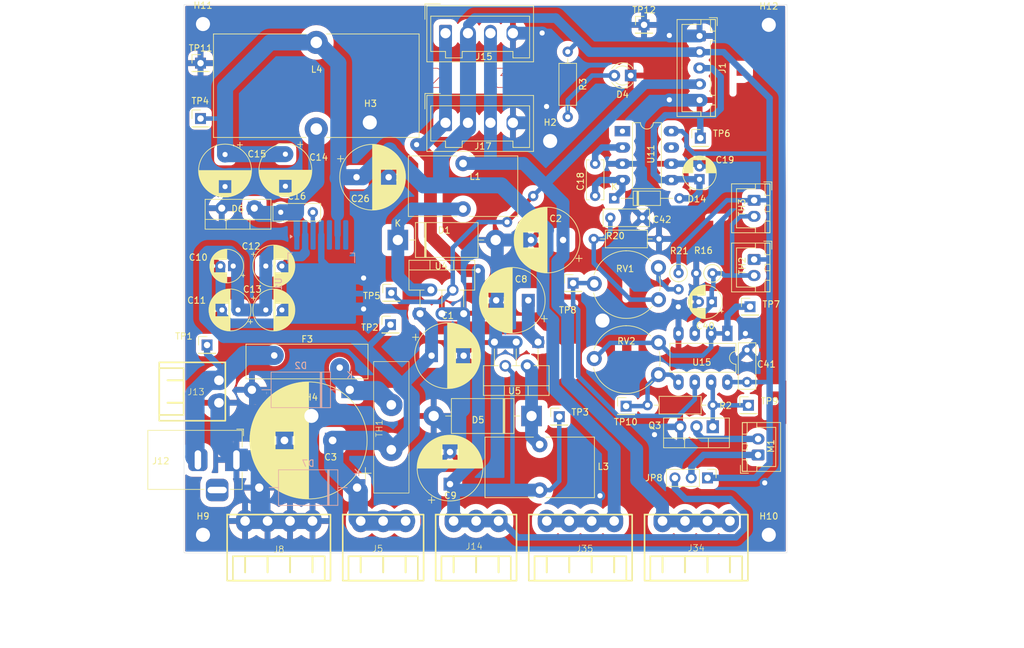
<source format=kicad_pcb>
(kicad_pcb
	(version 20240108)
	(generator "pcbnew")
	(generator_version "8.0")
	(general
		(thickness 1.6)
		(legacy_teardrops no)
	)
	(paper "A4")
	(layers
		(0 "F.Cu" signal)
		(1 "In1.Cu" signal)
		(2 "In2.Cu" signal)
		(31 "B.Cu" signal)
		(32 "B.Adhes" user "B.Adhesive")
		(33 "F.Adhes" user "F.Adhesive")
		(34 "B.Paste" user)
		(35 "F.Paste" user)
		(36 "B.SilkS" user "B.Silkscreen")
		(37 "F.SilkS" user "F.Silkscreen")
		(38 "B.Mask" user)
		(39 "F.Mask" user)
		(40 "Dwgs.User" user "User.Drawings")
		(41 "Cmts.User" user "User.Comments")
		(42 "Eco1.User" user "User.Eco1")
		(43 "Eco2.User" user "User.Eco2")
		(44 "Edge.Cuts" user)
		(45 "Margin" user)
		(46 "B.CrtYd" user "B.Courtyard")
		(47 "F.CrtYd" user "F.Courtyard")
		(48 "B.Fab" user)
		(49 "F.Fab" user)
		(50 "User.1" user)
		(51 "User.2" user)
		(52 "User.3" user)
		(53 "User.4" user)
		(54 "User.5" user)
		(55 "User.6" user)
		(56 "User.7" user)
		(57 "User.8" user)
		(58 "User.9" user)
	)
	(setup
		(stackup
			(layer "F.SilkS"
				(type "Top Silk Screen")
			)
			(layer "F.Paste"
				(type "Top Solder Paste")
			)
			(layer "F.Mask"
				(type "Top Solder Mask")
				(thickness 0.01)
			)
			(layer "F.Cu"
				(type "copper")
				(thickness 0.035)
			)
			(layer "dielectric 1"
				(type "prepreg")
				(thickness 0.1)
				(material "FR4")
				(epsilon_r 4.5)
				(loss_tangent 0.02)
			)
			(layer "In1.Cu"
				(type "copper")
				(thickness 0.035)
			)
			(layer "dielectric 2"
				(type "core")
				(thickness 1.24)
				(material "FR4")
				(epsilon_r 4.5)
				(loss_tangent 0.02)
			)
			(layer "In2.Cu"
				(type "copper")
				(thickness 0.035)
			)
			(layer "dielectric 3"
				(type "prepreg")
				(thickness 0.1)
				(material "FR4")
				(epsilon_r 4.5)
				(loss_tangent 0.02)
			)
			(layer "B.Cu"
				(type "copper")
				(thickness 0.035)
			)
			(layer "B.Mask"
				(type "Bottom Solder Mask")
				(thickness 0.01)
			)
			(layer "B.Paste"
				(type "Bottom Solder Paste")
			)
			(layer "B.SilkS"
				(type "Bottom Silk Screen")
				(color "Red")
			)
			(copper_finish "None")
			(dielectric_constraints no)
		)
		(pad_to_mask_clearance 0)
		(allow_soldermask_bridges_in_footprints no)
		(pcbplotparams
			(layerselection 0x0001000_fffffff9)
			(plot_on_all_layers_selection 0x0000000_00000000)
			(disableapertmacros no)
			(usegerberextensions no)
			(usegerberattributes no)
			(usegerberadvancedattributes yes)
			(creategerberjobfile no)
			(dashed_line_dash_ratio 12.000000)
			(dashed_line_gap_ratio 3.000000)
			(svgprecision 4)
			(plotframeref no)
			(viasonmask no)
			(mode 1)
			(useauxorigin no)
			(hpglpennumber 1)
			(hpglpenspeed 20)
			(hpglpendiameter 15.000000)
			(pdf_front_fp_property_popups yes)
			(pdf_back_fp_property_popups yes)
			(dxfpolygonmode yes)
			(dxfimperialunits yes)
			(dxfusepcbnewfont yes)
			(psnegative no)
			(psa4output no)
			(plotreference no)
			(plotvalue no)
			(plotfptext no)
			(plotinvisibletext no)
			(sketchpadsonfab no)
			(subtractmaskfromsilk no)
			(outputformat 1)
			(mirror no)
			(drillshape 0)
			(scaleselection 1)
			(outputdirectory "export/")
		)
	)
	(net 0 "")
	(net 1 "+5V")
	(net 2 "+24V filtered")
	(net 3 "GND")
	(net 4 "+3V3")
	(net 5 "+12V")
	(net 6 "Net-(D6-K)")
	(net 7 "Net-(U1-BOOT)")
	(net 8 "Net-(U11-CAP+)")
	(net 9 "Net-(D14-K)")
	(net 10 "-5V")
	(net 11 "Net-(D1-K)")
	(net 12 "Net-(D2-K)")
	(net 13 "Net-(D5-K)")
	(net 14 "+BATT")
	(net 15 "unconnected-(U1-EN-Pad7)")
	(net 16 "unconnected-(U1-NC-Pad5)")
	(net 17 "unconnected-(U11-OSC-Pad7)")
	(net 18 "unconnected-(U11-NC-Pad1)")
	(net 19 "Net-(U15A-+)")
	(net 20 "Net-(C42-Pad2)")
	(net 21 "Net-(JP8-C)")
	(net 22 "Net-(M1--)")
	(net 23 "Net-(Q3-G)")
	(net 24 "Net-(U15B-+)")
	(net 25 "Net-(R21-Pad2)")
	(net 26 "Net-(U15B--)")
	(net 27 "Net-(U15A--)")
	(net 28 "Net-(D4-A)")
	(footprint "Capacitor_THT:CP_Radial_D10.0mm_P5.00mm" (layer "F.Cu") (at 129.286 109.061993 90))
	(footprint "Capacitor_THT:CP_Radial_D10.0mm_P5.00mm" (layer "F.Cu") (at 126.410323 89.040962))
	(footprint "Diode_THT:D_DO-201AD_P15.24mm_Horizontal" (layer "F.Cu") (at 141.986 98.438962 180))
	(footprint "Potentiometer_THT:Potentiometer_Piher_PT-10-V10_Vertical" (layer "F.Cu") (at 161.757499 75.306462 180))
	(footprint "Connector_JST:JST_XH_B2B-XH-A_1x02_P2.50mm_Vertical" (layer "F.Cu") (at 177.275 104.514962 90))
	(footprint "Connector_PinHeader_2.54mm:PinHeader_1x01_P2.54mm_Vertical" (layer "F.Cu") (at 90.424 52.07))
	(footprint "Potentiometer_THT:Potentiometer_Piher_PT-10-V10_Vertical" (layer "F.Cu") (at 161.757499 86.990462 180))
	(footprint "Capacitor_THT:C_Disc_D6.0mm_W2.5mm_P5.00mm" (layer "F.Cu") (at 151.892 59.123888 -90))
	(footprint "Package_TO_SOT_THT:TO-220-5_P3.4x3.7mm_StaggerOdd_Lead3.8mm_Vertical" (layer "F.Cu") (at 124.616 82.489962))
	(footprint "Connector_PinHeader_2.54mm:PinHeader_1x01_P2.54mm_Vertical" (layer "F.Cu") (at 90.424 43.434))
	(footprint "Resistor_THT:R_Axial_DIN0207_L6.3mm_D2.5mm_P2.54mm_Vertical" (layer "F.Cu") (at 170.18 76.2 180))
	(footprint "Package_TO_SOT_THT:TO-220-3_Vertical" (layer "F.Cu") (at 170.219499 100.125462 180))
	(footprint "Connector_PinHeader_2.54mm:PinHeader_1x01_P2.54mm_Vertical" (layer "F.Cu") (at 176.022 81.407))
	(footprint "Capacitor_THT:CP_Radial_D6.3mm_P2.50mm" (layer "F.Cu") (at 100.592664 75.064811))
	(footprint "custom-footprints1:MountingHole_2.2mm_NPTH-with-pad" (layer "F.Cu") (at 178.943 37.465))
	(footprint "Package_DIP:DIP-8_W7.62mm_LongPads" (layer "F.Cu") (at 172.495499 85.561462 -90))
	(footprint "Resistor_THT:R_Axial_DIN0207_L6.3mm_D2.5mm_P10.16mm_Horizontal" (layer "F.Cu") (at 147.6248 41.656 -90))
	(footprint "custom-footprints1:MountingHole_2.2mm_NPTH-with-pad" (layer "F.Cu") (at 90.805 116.967))
	(footprint "custom-footprints1:WAGO 734-164 Print-Stiftleiste, Mini, RM 3,5, gewinkelt, 4-polig" (layer "F.Cu") (at 97.366 114.808))
	(footprint "Connector_PinHeader_2.54mm:PinHeader_1x01_P2.54mm_Vertical" (layer "F.Cu") (at 91.44 87.376))
	(footprint "Capacitor_THT:CP_Radial_D18.0mm_P7.50mm"
		(layer "F.Cu")
		(uuid "3e12b180-088b-46cd-b5c6-9617c716b1a6")
		(at 110.998 102.248962 180)
		(descr "CP, Radial series, Radial, pin pitch=7.50mm, , diameter=18mm, Electrolytic Capacitor")
		(tags "CP Radial series Radial pin pitch 7.50mm  diameter 18mm Electrolytic Capacitor")
		(property "Reference" "C3"
			(at 0.3048 -2.602238 0)
			(layer "F.SilkS")
			(uuid "c0dbac4b-d18d-44e0-abe6-6b3f876fe509")
			(effects
				(font
					(size 1 1)
					(thickness 0.15)
				)
			)
		)
		(property "Value" "2200uf"
			(at -0.6096 2.579362 0)
			(layer "F.Fab")
			(uuid "1f7d7bb5-f802-471e-8ae7-4e1a80563b95")
			(effects
				(font
					(size 1 1)
					(thickness 0.15)
				)
			)
		)
		(property "Footprint" "Capacitor_THT:CP_Radial_D18.0mm_P7.50mm"
			(at 0 0 180)
			(unlocked yes)
			(layer "F.Fab")
			(hide yes)
			(uuid "cd037e7c-88f5-4614-9539-47ece2e39e2f")
			(effects
				(font
					(size 1.27 1.27)
					(thickness 0.15)
				)
			)
		)
		(property "Datasheet" "https://www.reichelt.com/be/en/shop/product/elko_2200_f_35_v_105_c-166415"
			(at 0 0 180)
			(unlocked yes)
			(layer "F.Fab")
			(hide yes)
			(uuid "09c9c45c-cd56-4403-bd81-cc88382ef4e9")
			(effects
				(font
					(size 1.27 1.27)
					(thickness 0.15)
				)
			)
		)
		(property "Description" "Polarized capacitor"
			(at 0 0 180)
			(unlocked yes)
			(layer "F.Fab")
			(hide yes)
			(uuid "114210ba-bd57-4105-96f8-5187314aacb0")
			(effects
				(font
					(size 1.27 1.27)
					(thickness 0.15)
				)
			)
		)
		(property ki_fp_filters "CP_*")
		(path "/16680157-dcc5-42d4-8ccc-a59b4c4006fd")
		(sheetname "Root")
		(sheetfile "power-supply-board_v1.0.kicad_sch")
		(attr through_hole)
		(fp_line
			(start 12.87 -0.04)
			(end 12.87 0.04)
			(stroke
				(width 0.12)
				(type solid)
			)
			(layer "F.SilkS")
			(uuid "87732204-ffd3-4010-92fe-e84d597261db")
		)
		(fp_line
			(start 12.83 -0.814)
			(end 12.83 0.814)
			(stroke
				(width 0.12)
				(type solid)
			)
			(layer "F.SilkS")
			(uuid "18f893c9-7fff-4554-a0a6-9513f8452e28")
		)
		(fp_line
			(start 12.79 -1.166)
			(end 12.79 1.166)
			(stroke
				(width 0.12)
				(type solid)
			)
			(layer "F.SilkS")
			(uuid "2b52467b-0cfb-4412-b0ac-068e45849888")
		)
		(fp_line
			(start 12.75 -1.435)
			(end 12.75 1.435)
			(stroke
				(width 0.12)
				(type solid)
			)
			(layer "F.SilkS")
			(uuid "34e20984-e432-4254-860c-82b93de5475e")
		)
		(fp_line
			(start 12.71 -1.661)
			(end 12.71 1.661)
			(stroke
				(width 0.12)
				(type solid)
			)
			(layer "F.SilkS")
			(uuid "9e5473ed-98ba-43aa-9d6a-8eaabc33a9dc")
		)
		(fp_line
			(start 12.67 -1.86)
			(end 12.67 1.86)
			(stroke
				(width 0.12)
				(type solid)
			)
			(layer "F.SilkS")
			(uuid "08c8f39a-99ff-4afd-b845-1d83a6340213")
		)
		(fp_line
			(start 12.63 -2.039)
			(end 12.63 2.039)
			(stroke
				(width 0.12)
				(type solid)
			)
			(layer "F.SilkS")
			(uuid "d5eaf986-9534-4524-ad49-665dbecfec0f")
		)
		(fp_line
			(start 12.59 -2.203)
			(end 12.59 2.203)
			(stroke
				(width 0.12)
				(type solid)
			)
			(layer "F.SilkS")
			(uuid "5cf0b090-f6b4-43c7-a6ce-0f71cd8210ee")
		)
		(fp_line
			(start 12.55 -2.355)
			(end 12.55 2.355)
			(stroke
				(width 0.12)
				(type solid)
			)
			(layer "F.SilkS")
			(uuid "8e66bac3-0b2f-40ec-8c73-97c7d6b2f138")
		)
		(fp_line
			(start 12.51 -2.498)
			(end 12.51 2.498)
			(stroke
				(width 0.12)
				(type solid)
			)
			(layer "F.SilkS")
			(uuid "66bbea31-836a-4c65-9a2d-0d3a29f8dc12")
		)
		(fp_line
			(start 12.47 -2.632)
			(end 12.47 2.632)
			(stroke
				(width 0.12)
				(type solid)
			)
			(layer "F.SilkS")
			(uuid "633c10e5-f6ae-42eb-b5a5-18a2e88ec3af")
		)
		(fp_line
			(start 12.43 -2.759)
			(end 12.43 2.759)
			(stroke
				(width 0.12)
				(type solid)
			)
			(layer "F.SilkS")
			(uuid "5c14d289-cf82-40f2-ae41-fa734da4dc2a")
		)
		(fp_line
			(start 12.39 -2.88)
			(end 12.39 2.88)
			(stroke
				(width 0.12)
				(type solid)
			)
			(layer "F.SilkS")
			(uuid "92d777da-31b2-4188-88bd-b48da7e6abd8")
		)
		(fp_line
			(start 12.35 -2.996)
			(end 12.35 2.996)
			(stroke
				(width 0.12)
				(type solid)
			)
			(layer "F.SilkS")
			(uuid "107af9bb-841b-4c31-9fac-3060a5bfa1b6")
		)
		(fp_line
			(start 12.31 -3.107)
			(end 12.31 3.107)
			(stroke
				(width 0.12)
				(type solid)
			)
			(layer "F.SilkS")
			(uuid "9396642f-f979-4d78-bd91-7a436359d103")
		)
		(fp_line
			(start 12.27 -3.214)
			(end 12.27 3.214)
			(stroke
				(width 0.12)
				(type solid)
			)
			(layer "F.SilkS")
			(uuid "7a28f269-c130-4a30-a607-7c6287357369")
		)
		(fp_line
			(start 12.23 -3.317)
			(end 12.23 3.317)
			(stroke
				(width 0.12)
				(type solid)
			)
			(layer "F.SilkS")
		
... [1198586 chars truncated]
</source>
